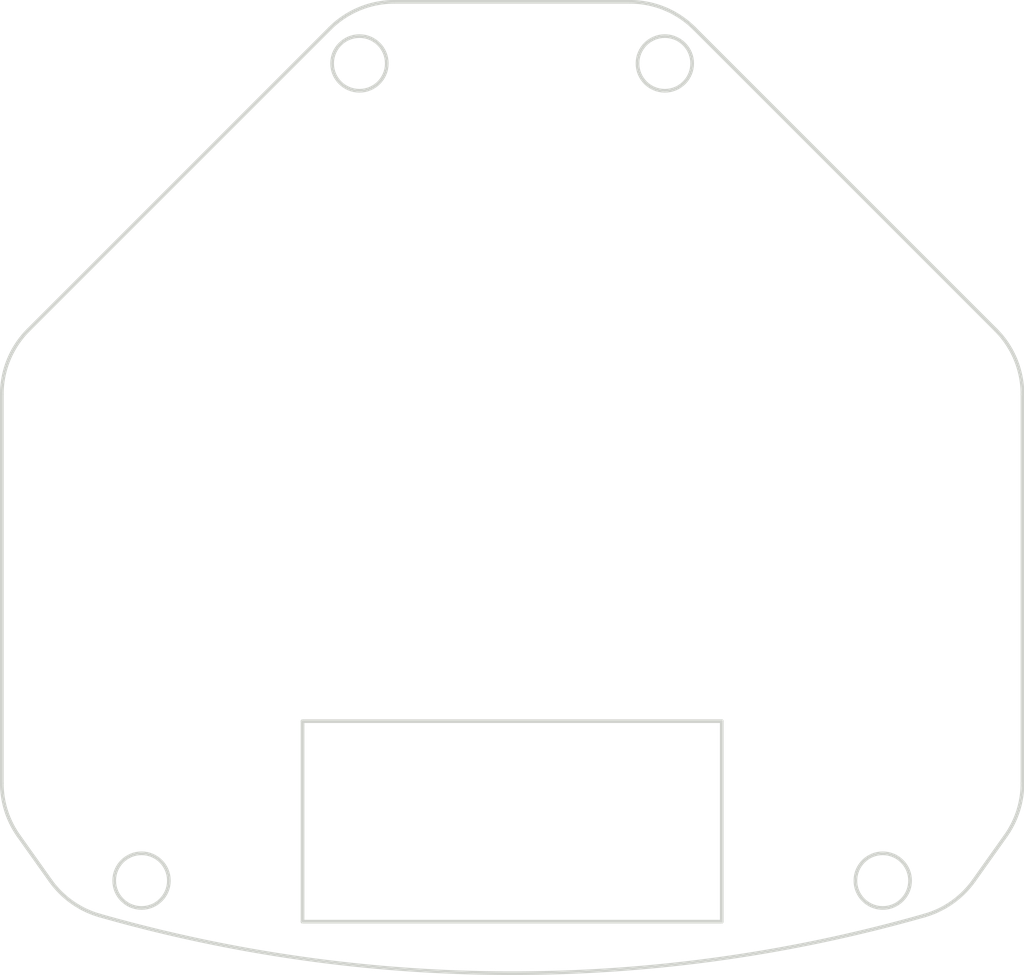
<source format=kicad_pcb>
(kicad_pcb (version 20171130) (host pcbnew "(5.1.10)-1")

  (general
    (thickness 1.6)
    (drawings 24)
    (tracks 0)
    (zones 0)
    (modules 0)
    (nets 1)
  )

  (page A4)
  (layers
    (0 F.Cu signal)
    (31 B.Cu signal)
    (32 B.Adhes user)
    (33 F.Adhes user)
    (34 B.Paste user)
    (35 F.Paste user)
    (36 B.SilkS user)
    (37 F.SilkS user)
    (38 B.Mask user)
    (39 F.Mask user)
    (40 Dwgs.User user)
    (41 Cmts.User user)
    (42 Eco1.User user)
    (43 Eco2.User user)
    (44 Edge.Cuts user)
    (45 Margin user)
    (46 B.CrtYd user)
    (47 F.CrtYd user)
    (48 B.Fab user)
    (49 F.Fab user)
  )

  (setup
    (last_trace_width 0.25)
    (trace_clearance 0.2)
    (zone_clearance 0.508)
    (zone_45_only no)
    (trace_min 0.2)
    (via_size 0.8)
    (via_drill 0.4)
    (via_min_size 0.4)
    (via_min_drill 0.3)
    (uvia_size 0.3)
    (uvia_drill 0.1)
    (uvias_allowed no)
    (uvia_min_size 0.2)
    (uvia_min_drill 0.1)
    (edge_width 0.05)
    (segment_width 0.2)
    (pcb_text_width 0.3)
    (pcb_text_size 1.5 1.5)
    (mod_edge_width 0.12)
    (mod_text_size 1 1)
    (mod_text_width 0.15)
    (pad_size 1.524 1.524)
    (pad_drill 0.762)
    (pad_to_mask_clearance 0)
    (aux_axis_origin 0 0)
    (visible_elements FFFFFF7F)
    (pcbplotparams
      (layerselection 0x010fc_ffffffff)
      (usegerberextensions false)
      (usegerberattributes true)
      (usegerberadvancedattributes true)
      (creategerberjobfile true)
      (excludeedgelayer true)
      (linewidth 0.100000)
      (plotframeref false)
      (viasonmask false)
      (mode 1)
      (useauxorigin false)
      (hpglpennumber 1)
      (hpglpenspeed 20)
      (hpglpendiameter 15.000000)
      (psnegative false)
      (psa4output false)
      (plotreference true)
      (plotvalue true)
      (plotinvisibletext false)
      (padsonsilk false)
      (subtractmaskfromsilk false)
      (outputformat 1)
      (mirror false)
      (drillshape 1)
      (scaleselection 1)
      (outputdirectory ""))
  )

  (net 0 "")

  (net_class Default "This is the default net class."
    (clearance 0.2)
    (trace_width 0.25)
    (via_dia 0.8)
    (via_drill 0.4)
    (uvia_dia 0.3)
    (uvia_drill 0.1)
  )

  (gr_arc (start 155.703453 76.796333) (end 159.238987 73.260799) (angle -45) (layer Edge.Cuts) (width 0.2))
  (gr_line (start 142.774521 71.796333) (end 155.703453 71.796333) (layer Edge.Cuts) (width 0.2))
  (gr_arc (start 127.981644 117.120008) (end 123.905 120.015) (angle -38.7002656) (layer Edge.Cuts) (width 0.2))
  (gr_circle (center 169.572974 120.015) (end 168.072974 120.015) (layer Edge.Cuts) (width 0.2))
  (gr_arc (start 172.238987 93.331867) (end 177.238987 93.331867) (angle -45) (layer Edge.Cuts) (width 0.2))
  (gr_circle (center 140.861104 75.176935) (end 139.361104 75.176935) (layer Edge.Cuts) (width 0.2))
  (gr_arc (start 126.238988 93.331867) (end 122.703454 89.796333) (angle -45) (layer Edge.Cuts) (width 0.2))
  (gr_arc (start 149.238987 42.592327) (end 126.610202 121.928246) (angle -31.83921273) (layer Edge.Cuts) (width 0.2))
  (gr_arc (start 172.238987 114.666051) (end 176.31563 117.561043) (angle -35.38012804) (layer Edge.Cuts) (width 0.2))
  (gr_line (start 160.738987 111.266664) (end 137.738988 111.266664) (layer Edge.Cuts) (width 0.2))
  (gr_circle (center 157.61687 75.176935) (end 156.11687 75.176935) (layer Edge.Cuts) (width 0.2))
  (gr_line (start 123.905 120.015) (end 122.162344 117.561043) (layer Edge.Cuts) (width 0.2))
  (gr_line (start 137.738988 122.266664) (end 160.738987 122.266664) (layer Edge.Cuts) (width 0.2))
  (gr_line (start 122.703454 89.796333) (end 139.238988 73.260799) (layer Edge.Cuts) (width 0.2))
  (gr_arc (start 142.774521 76.796333) (end 142.774521 71.796333) (angle -45) (layer Edge.Cuts) (width 0.2))
  (gr_line (start 159.238987 73.260799) (end 175.77452 89.796333) (layer Edge.Cuts) (width 0.2))
  (gr_line (start 176.31563 117.561043) (end 174.572974 120.015) (layer Edge.Cuts) (width 0.2))
  (gr_line (start 177.238987 93.331867) (end 177.238987 114.666051) (layer Edge.Cuts) (width 0.2))
  (gr_line (start 160.738987 122.266664) (end 160.738987 111.266664) (layer Edge.Cuts) (width 0.2))
  (gr_line (start 121.238988 114.666051) (end 121.238988 93.331867) (layer Edge.Cuts) (width 0.2))
  (gr_arc (start 126.238988 114.666051) (end 121.238988 114.666051) (angle -35.38012804) (layer Edge.Cuts) (width 0.2))
  (gr_arc (start 170.49633 117.120008) (end 171.867772 121.928246) (angle -38.7002656) (layer Edge.Cuts) (width 0.2))
  (gr_line (start 137.738988 111.266664) (end 137.738988 122.266664) (layer Edge.Cuts) (width 0.2))
  (gr_circle (center 128.905 120.015) (end 127.405 120.015) (layer Edge.Cuts) (width 0.2))

)

</source>
